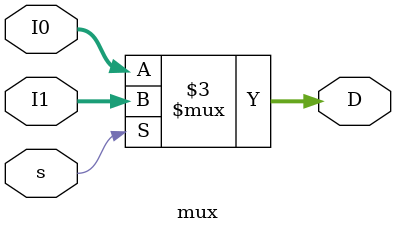
<source format=v>
`timescale 1ns / 1ps


module mux(s, I1, I0, D);
    input [6:0] I1, I0;
    input s;
    output reg [6:0] D;
    
    always @ (s,I0,I1) begin
        if (s) begin
            D = I1;
        end
        else begin
            D = I0;
        end
    end

endmodule

</source>
